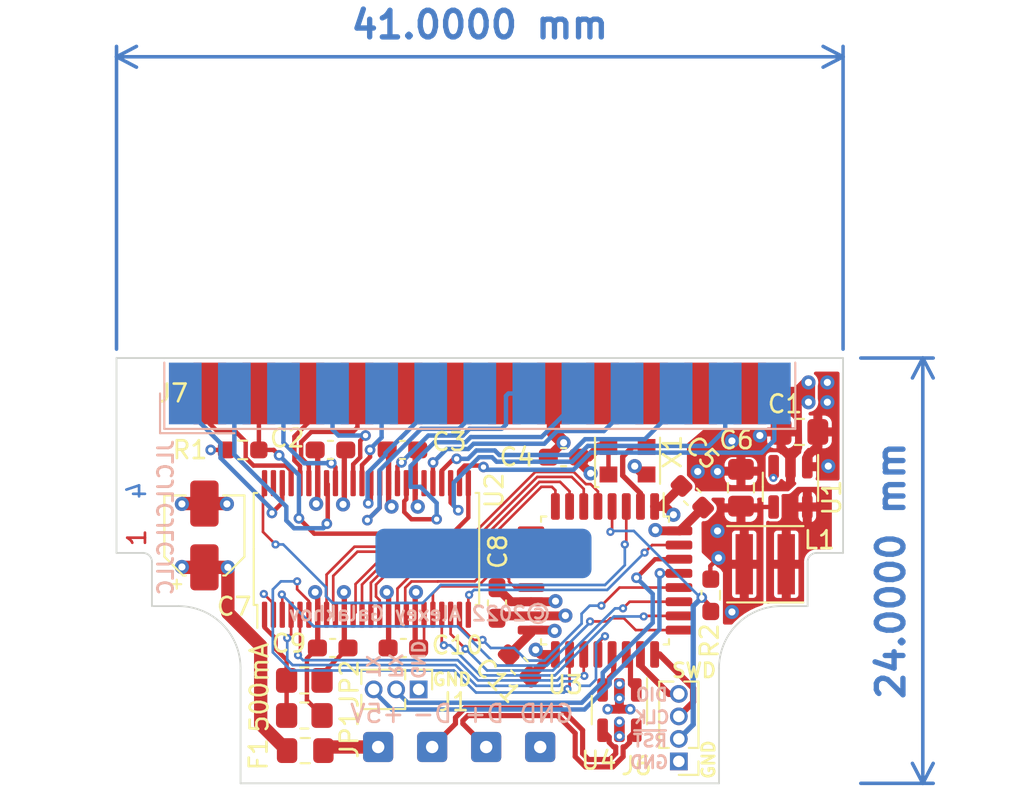
<source format=kicad_pcb>
(kicad_pcb (version 20211014) (generator pcbnew)
  (layers (0 "F.Cu" signal) (1 "In1.Cu" signal) (2 "In2.Cu" signal) (31 "B.Cu" signal) (34 "B.Paste" user) (35 "F.Paste" user) (36 "B.SilkS" user "B.Silkscreen") (37 "F.SilkS" user "F.Silkscreen") (38 "B.Mask" user) (39 "F.Mask" user) (44 "Edge.Cuts" user))
  (net 0 "")
  (net 1 "/~{STROBE}")
  (net 2 "/D0")
  (net 3 "/D1")
  (net 4 "/D2")
  (net 5 "/D3")
  (net 6 "/D4")
  (net 7 "/D5")
  (net 8 "/D6")
  (net 9 "/D7")
  (net 10 "/ACK")
  (net 11 "/~{BUSY}")
  (net 12 "/PO")
  (net 13 "/SEL")
  (net 14 "/~{LF}")
  (net 15 "/ERR")
  (net 16 "/RESET")
  (net 17 "/~{PSEL}")
  (net 18 "GND")
  (net 19 "VPP")
  (net 20 "VCC")
  (net 21 "/S_D0")
  (net 22 "/S_D1")
  (net 23 "/S_D2")
  (net 24 "/S_D4")
  (net 25 "/S_D3")
  (net 26 "/S_D5")
  (net 27 "/S_D7")
  (net 28 "/S_D6")
  (net 29 "/USB_D-")
  (net 30 "/USB_D+")
  (net 31 "/DIR")
  (net 32 "/S_~{PSEL}")
  (net 33 "/S_RESET")
  (net 34 "/S_~{LF}")
  (net 35 "/SWDIO")
  (net 36 "/SWCLK")
  (net 37 "/S_~{STROBE}")
  (net 38 "/S_SEL")
  (net 39 "/S_PO")
  (net 40 "/S_~{BUSY}")
  (net 41 "/S_ACK")
  (net 42 "/S_ERR")
  (net 43 "/~{MCURST}")
  (net 44 "/D-")
  (net 47 "/TX")
  (net 48 "/RX")
  (net 49 "/CLOCK")
  (net 50 "/D+")
  (net 51 "+5VP")
  (net 52 "/ind")
  (net 53 "Net-(JP1-Pad2)")
  (footprint "Connector_PinHeader_1.27mm:PinHeader_1x04_P1.27mm_Vertical" (layer "F.Cu") (at 151.2316 108.7628 180)
    (fp_text reference "J6")
    (fp_text value "SWD")
  )
  (footprint "Fuse:Fuse_0805_2012Metric_Pad1.15x1.40mm_HandSolder" (layer "F.Cu") (at 130.1496 108.1532 180)
    (fp_text reference "F1")
    (fp_text value "500mA")
  )
  (footprint "Capacitor_SMD:CP_Elec_4x3" (layer "F.Cu") (at 124.46 96.012 90)
    (fp_text reference "C7")
    (fp_text value "10u")
  )
  (footprint "Package_TO_SOT_SMD:SOT-23-6" (layer "F.Cu") (at 147.8788 105.8672 -90)
    (fp_text reference "U4")
    (fp_text value "USBLC6-2SC6" hide)
  )
  (footprint "Capacitor_SMD:C_0805_2012Metric_Pad1.18x1.45mm_HandSolder" (layer "F.Cu") (at 158.0388 90.17 180)
    (fp_text reference "C1")
    (fp_text value "100n")
  )
  (footprint "Resistor_SMD:R_0603_1608Metric_Pad0.98x0.95mm_HandSolder" (layer "F.Cu") (at 126.619 91.186 180)
    (fp_text reference "R1")
    (fp_text value "1k4")
  )
  (footprint "Connector_PinHeader_1.27mm:PinHeader_1x03_P1.27mm_Vertical" (layer "F.Cu") (at 136.5504 104.6988 -90)
    (fp_text reference "J1")
    (fp_text value "UART" hide)
  )
  (footprint "Package_QFP:LQFP-32_7x7mm_P0.8mm" (layer "F.Cu") (at 147.066 98.552 -90)
    (fp_text reference "U3")
    (fp_text value "STM32G441KBT")
  )
  (footprint "Connector_Wire:SolderWire-0.15sqmm_1x01_D0.5mm_OD1.5mm" (layer "F.Cu") (at 140.3604 107.95)
    (fp_text reference "J4" hide)
    (fp_text value "D+")
  )
  (footprint "Resistor_SMD:R_0603_1608Metric_Pad0.98x0.95mm_HandSolder" (layer "F.Cu") (at 153.035 99.3902 -90)
    (fp_text reference "R2")
    (fp_text value "10k")
  )
  (footprint "Oscillator:Oscillator_SMD_EuroQuartz_XO32-4Pin_3.2x2.5mm" (layer "F.Cu") (at 148.336 91.7956 90)
    (fp_text reference "X1")
    (fp_text value "ECS-2333-040" hide)
  )
  (footprint "Capacitor_SMD:C_0603_1608Metric_Pad1.08x0.95mm_HandSolder" (layer "F.Cu") (at 135.636 91.186 180)
    (fp_text reference "C3")
    (fp_text value "100n")
  )
  (footprint "Capacitor_SMD:C_0603_1608Metric_Pad1.08x0.95mm_HandSolder" (layer "F.Cu") (at 140.97 99.822 -90)
    (fp_text reference "C8")
    (fp_text value "100n")
  )
  (footprint "Capacitor_SMD:C_0603_1608Metric_Pad1.08x0.95mm_HandSolder" (layer "F.Cu") (at 151.99388 93.82788 135)
    (fp_text reference "C5")
    (fp_text value "100n")
  )
  (footprint "Capacitor_SMD:C_0603_1608Metric_Pad1.08x0.95mm_HandSolder" (layer "F.Cu") (at 142.24 103.378 135)
    (fp_text reference "C11")
    (fp_text value "100n")
  )
  (footprint "Capacitor_SMD:C_0603_1608Metric_Pad1.08x0.95mm_HandSolder" (layer "F.Cu") (at 144.7292 91.5924)
    (fp_text reference "C4")
    (fp_text value "100n")
  )
  (footprint "Capacitor_SMD:C_0805_2012Metric_Pad1.18x1.45mm_HandSolder" (layer "F.Cu") (at 154.7368 93.3196 90)
    (fp_text reference "C6")
    (fp_text value "4u7")
  )
  (footprint "Connector_Wire:SolderWire-0.15sqmm_1x01_D0.5mm_OD1.5mm" (layer "F.Cu") (at 137.3124 107.95)
    (fp_text reference "J3" hide)
    (fp_text value "D-")
  )
  (footprint "Package_SO:TSSOP-48_6.1x12.5mm_P0.5mm" (layer "F.Cu") (at 133.604 96.774 90)
    (fp_text reference "U2")
    (fp_text value "SN74LVC161284DGG" hide)
  )
  (footprint "Capacitor_SMD:C_0603_1608Metric_Pad1.08x0.95mm_HandSolder" (layer "F.Cu") (at 131.699 102.362 180)
    (fp_text reference "C9")
    (fp_text value "100n")
  )
  (footprint "Capacitor_SMD:C_0603_1608Metric_Pad1.08x0.95mm_HandSolder" (layer "F.Cu") (at 131.572 91.186)
    (fp_text reference "C2")
    (fp_text value "100n")
  )
  (footprint "Package_TO_SOT_SMD:SOT-23-5" (layer "F.Cu") (at 157.5308 93.2688 -90)
    (fp_text reference "U1")
    (fp_text value "TPS62203DBV")
  )
  (footprint "Inductor_SMD:L_Coilcraft_XxL4030" (layer "F.Cu") (at 156.1084 97.6376 180)
    (fp_text reference "L1")
    (fp_text value "10µH")
  )
  (footprint "Capacitor_SMD:C_0603_1608Metric_Pad1.08x0.95mm_HandSolder" (layer "F.Cu") (at 135.6868 102.362)
    (fp_text reference "C10")
    (fp_text value "100n")
  )
  (footprint "Resistor_SMD:R_0805_2012Metric_Pad1.20x1.40mm_HandSolder" (layer "F.Cu") (at 130.0988 106.172)
    (fp_text reference "JP2")
    (fp_text value "TP")
  )
  (footprint "Resistor_SMD:R_0805_2012Metric_Pad1.20x1.40mm_HandSolder" (layer "F.Cu") (at 130.0988 104.1908 180)
    (fp_text reference "JP1")
    (fp_text value "OC")
  )
  (footprint "Connector_Wire:SolderWire-0.15sqmm_1x01_D0.5mm_OD1.5mm" (layer "F.Cu") (at 143.4084 107.95)
    (fp_text reference "J5" hide)
    (fp_text value "GND")
  )
  (footprint "Connector_Wire:SolderWire-0.15sqmm_1x01_D0.5mm_OD1.5mm" (layer "F.Cu") (at 134.2644 107.95)
    (fp_text reference "J2" hide)
    (fp_text value "+5V")
  )
  (footprint "Connector_Dsub:DSUB-25_Male_EdgeMount_P2.77mm" (layer "B.Cu") (at 140 88)
    (fp_text reference "J7")
    (fp_text value "DB25_Male")
  )
  (gr_arc (start 153.5 103.5) (mid 154.525126 101.025126) (end 157 100) (layer "Edge.Cuts") (width 0.1))
  (gr_line (start 158.5 100) (end 157 100) (layer "Edge.Cuts") (width 0.1))
  (gr_arc (start 121 97) (mid 121.353553 97.146447) (end 121.5 97.5) (layer "Edge.Cuts") (width 0.1))
  (gr_line (start 119.5 86) (end 160.5 86) (layer "Edge.Cuts") (width 0.1))
  (gr_arc (start 123 100) (mid 125.474874 101.025126) (end 126.5 103.5) (layer "Edge.Cuts") (width 0.1))
  (gr_line (start 121.5 100) (end 123 100) (layer "Edge.Cuts") (width 0.1))
  (gr_line (start 160.5 86) (end 160.5 97) (layer "Edge.Cuts") (width 0.1))
  (gr_line (start 158.5 100) (end 158.5 97.5) (layer "Edge.Cuts") (width 0.1))
  (gr_line (start 119.5 86) (end 119.5 97) (layer "Edge.Cuts") (width 0.1))
  (gr_line (start 160.5 97) (end 159 97) (layer "Edge.Cuts") (width 0.1))
  (gr_line (start 126.5 103.5) (end 126.5 110) (layer "Edge.Cuts") (width 0.1))
  (gr_line (start 153.5 103.5) (end 153.5 110) (layer "Edge.Cuts") (width 0.1))
  (gr_line (start 121 97) (end 119.5 97) (layer "Edge.Cuts") (width 0.1))
  (gr_arc (start 158.5 97.5) (mid 158.646447 97.146447) (end 159 97) (layer "Edge.Cuts") (width 0.1))
  (gr_line (start 126.5 110) (end 153.5 110) (layer "Edge.Cuts") (width 0.1))
  (gr_line (start 121.5 100) (end 121.5 97.5) (layer "Edge.Cuts") (width 0.1))
  (gr_text "1" (at 120.65 96.139 90) (layer "F.Cu") (effects (font (size 1 1))))
  (gr_text "4" (at 120.65 93.472 90) (layer "B.Cu") (effects (font (size 1 1)) (justify mirror)))
  (gr_text "GND" (at 136.4996 103.0224 270) (layer "B.SilkS") (effects (font (size 0.7 0.7)) (justify mirror)))
  (gr_text "RX" (at 135.2296 103.378 270) (layer "B.SilkS") (effects (font (size 0.7 0.7)) (justify mirror)))
  (gr_text "CLK" (at 149.7076 106.2736) (layer "B.SilkS") (effects (font (size 0.7 0.7)) (justify mirror)))
  (gr_text "DIO" (at 149.7076 105.0036) (layer "B.SilkS") (effects (font (size 0.7 0.7)) (justify mirror)))
  (gr_text "~{RST}" (at 149.606 107.5944) (layer "B.SilkS") (effects (font (size 0.7 0.7)) (justify mirror)))
  (gr_text "JLCJLCJLCJLC" (at 122.2756 94.996 90) (layer "B.SilkS") (effects (font (size 0.85 0.85) (thickness 0.16)) (justify mirror)))
  (gr_text "GND" (at 149.5552 108.8136) (layer "B.SilkS") (effects (font (size 0.7 0.7)) (justify mirror)))
  (gr_text "©2022 Alexey Galakhov" (at 136.6012 100.4316) (layer "B.SilkS") (effects (font (size 0.8 0.8)) (justify mirror)))
  (gr_text "TX" (at 133.9596 103.378 270) (layer "B.SilkS") (effects (font (size 0.7 0.7)) (justify mirror)))
  (gr_text "GND" (at 138.43 104.14) (layer "F.SilkS") (effects (font (size 0.7 0.7))))
  (gr_text "GND" (at 152.908 108.6612 90) (layer "F.SilkS") (effects (font (size 0.7 0.7))))
  (dimension (type aligned) (layer "B.Cu") (pts (xy 119.5 86) (xy 160.5 86)) (height -17) (gr_text "41.0000 mm" (at 140 67.2) (layer "B.Cu") (effects (font (size 1.5 1.5) (thickness 0.3)))) (format (units 3) (units_format 1) (precision 4)) (style (thickness 0.2) (arrow_length 1.27) (text_position_mode 0) (extension_height 0.58642) (extension_offset 0.5) keep_text_aligned))
  (dimension (type aligned) (layer "B.Cu") (pts (xy 161 86) (xy 161 110)) (height -4) (gr_text "24.0000 mm" (at 163.2 98 90) (layer "B.Cu") (effects (font (size 1.5 1.5) (thickness 0.3)))) (format (units 3) (units_format 1) (precision 4)) (style (thickness 0.2) (arrow_length 1.27) (text_position_mode 0) (extension_height 0.58642) (extension_offset 0.5) keep_text_aligned))
  (segment (start 128.854 94.158) (end 128.27 94.742) (width 0.25) (layer "F.Cu") (net 1))
  (segment (start 128.854 93.0615) (end 128.854 94.158) (width 0.25) (layer "F.Cu") (net 1))
  (via (at 128.27 94.742) (size 0.6) (drill 0.3) (layers "F.Cu" "B.Cu") (net 1))
  (segment (start 125.370102 91.638902) (end 128.27 94.5388) (width 0.25) (layer "B.Cu") (net 1))
  (segment (start 128.27 94.5388) (end 128.27 94.742) (width 0.25) (layer "B.Cu") (net 1))
  (segment (start 125.370102 90.806769) (end 125.370102 91.638902) (width 0.25) (layer "B.Cu") (net 1))
  (segment (start 123.38 88.816667) (end 125.370102 90.806769) (width 0.25) (layer "B.Cu") (net 1))
  (segment (start 123.38 88) (end 123.38 88.816667) (width 0.25) (layer "B.Cu") (net 1))
  (segment (start 131.4196 93.1271) (end 131.4196 95.3516) (width 0.25) (layer "F.Cu") (net 2))
  (segment (start 131.354 93.0615) (end 131.4196 93.1271) (width 0.25) (layer "F.Cu") (net 2))
  (via (at 131.3688 95.3516) (size 0.6) (drill 0.3) (layers "F.Cu" "B.Cu") (net 2))
  (segment (start 126.15 88) (end 126.15 91.4536) (width 0.25) (layer "B.Cu") (net 2))
  (segment (start 129.0828 95.170584) (end 129.517816 95.6056) (width 0.25) (layer "B.Cu") (net 2))
  (segment (start 126.15 91.4536) (end 129.0828 94.3864) (width 0.25) (layer "B.Cu") (net 2))
  (segment (start 129.0828 94.3864) (end 129.0828 95.170584) (width 0.25) (layer "B.Cu") (net 2))
  (segment (start 131.1656 95.6056) (end 131.4196 95.3516) (width 0.25) (layer "B.Cu") (net 2))
  (segment (start 129.517816 95.6056) (end 131.1656 95.6056) (width 0.25) (layer "B.Cu") (net 2))
  (segment (start 131.854 92.165998) (end 131.620093 91.932091) (width 0.25) (layer "F.Cu") (net 3))
  (segment (start 131.854 93.0615) (end 131.854 92.165998) (width 0.25) (layer "F.Cu") (net 3))
  (via (at 131.620093 91.932091) (size 0.6) (drill 0.3) (layers "F.Cu" "B.Cu") (net 3))
  (segment (start 131.620093 91.932091) (end 130.082891 91.932091) (width 0.25) (layer "B.Cu") (net 3))
  (segment (start 130.082891 91.932091) (end 128.92 90.7692) (width 0.25) (layer "B.Cu") (net 3))
  (segment (start 128.92 90.7692) (end 128.92 88) (width 0.25) (layer "B.Cu") (net 3))
  (segment (start 133.251999 90.674401) (end 133.5532 90.3732) (width 0.25) (layer "F.Cu") (net 4))
  (segment (start 132.854 93.0615) (end 132.854 91.999821) (width 0.25) (layer "F.Cu") (net 4))
  (segment (start 133.251999 91.601822) (end 133.251999 90.674401) (width 0.25) (layer "F.Cu") (net 4))
  (segment (start 132.854 91.999821) (end 133.251999 91.601822) (width 0.25) (layer "F.Cu") (net 4))
  (via (at 133.5532 90.3732) (size 0.6) (drill 0.3) (layers "F.Cu" "B.Cu") (net 4))
  (segment (start 133.5532 90.3732) (end 132.0292 90.3732) (width 0.25) (layer "B.Cu") (net 4))
  (segment (start 131.69 90.034) (end 131.69 88) (width 0.25) (layer "B.Cu") (net 4))
  (segment (start 132.0292 90.3732) (end 131.69 90.034) (width 0.25) (layer "B.Cu") (net 4))
  (segment (start 133.354 92.036531) (end 133.8065 91.584031) (width 0.25) (layer "F.Cu") (net 5))
  (segment (start 133.8065 91.584031) (end 133.8065 91.186) (width 0.25) (layer "F.Cu") (net 5))
  (segment (start 133.354 93.0615) (end 133.354 92.036531) (width 0.25) (layer "F.Cu") (net 5))
  (via (at 133.8065 91.186) (size 0.6) (drill 0.3) (layers "F.Cu" "B.Cu") (net 5))
  (segment (start 134.46 90.4824) (end 134.46 88) (width 0.25) (layer "B.Cu") (net 5))
  (segment (start 133.8065 91.186) (end 133.8065 91.1359) (width 0.25) (layer "B.Cu") (net 5))
  (segment (start 133.8065 91.1359) (end 134.46 90.4824) (width 0.25) (layer "B.Cu") (net 5))
  (segment (start 133.854 94.012618) (end 133.669109 94.197509) (width 0.25) (layer "F.Cu") (net 6))
  (segment (start 133.854 93.0615) (end 133.854 94.012618) (width 0.25) (layer "F.Cu") (net 6))
  (via (at 133.7056 94.197509) (size 0.6) (drill 0.3) (layers "F.Cu" "B.Cu") (net 6))
  (segment (start 134.676069 91.471958) (end 134.676069 91.370598) (width 0.25) (layer "B.Cu") (net 6))
  (segment (start 133.669109 92.478918) (end 134.676069 91.471958) (width 0.25) (layer "B.Cu") (net 6))
  (segment (start 137.23 88.816667) (end 137.23 88) (width 0.25) (layer "B.Cu") (net 6))
  (segment (start 133.669109 94.197509) (end 133.669109 92.478918) (width 0.25) (layer "B.Cu") (net 6))
  (segment (start 134.676069 91.370598) (end 137.23 88.816667) (width 0.25) (layer "B.Cu") (net 6))
  (segment (start 134.354 94.4492) (end 133.6548 95.1484) (width 0.25) (layer "F.Cu") (net 7))
  (segment (start 134.354 93.0615) (end 134.354 94.4492) (width 0.25) (layer "F.Cu") (net 7))
  (via (at 133.6548 95.1484) (size 0.6) (drill 0.3) (layers "F.Cu" "B.Cu") (net 7))
  (segment (start 134.3406 94.4626) (end 133.6548 95.1484) (width 0.25) (layer "B.Cu") (net 7))
  (segment (start 140 88.816667) (end 138.822156 89.994511) (width 0.25) (layer "B.Cu") (net 7))
  (segment (start 138.822156 89.994511) (end 136.690226 89.994511) (width 0.25) (layer "B.Cu") (net 7))
  (segment (start 134.3406 92.344137) (end 134.3406 94.4626) (width 0.25) (layer "B.Cu") (net 7))
  (segment (start 136.690226 89.994511) (end 134.3406 92.344137) (width 0.25) (layer "B.Cu") (net 7))
  (segment (start 140 88) (end 140 88.816667) (width 0.25) (layer "B.Cu") (net 7))
  (segment (start 135.354 93.0615) (end 135.354 92.114921) (width 0.25) (layer "F.Cu") (net 8))
  (segment (start 135.354 92.114921) (end 135.581042 91.887879) (width 0.25) (layer "F.Cu") (net 8))
  (via (at 135.581042 91.887879) (size 0.6) (drill 0.3) (layers "F.Cu" "B.Cu") (net 8))
  (segment (start 137.09489 90.374031) (end 135.581042 91.887879) (width 0.25) (layer "B.Cu") (net 8))
  (segment (start 142.77 88) (end 141.616 88) (width 0.25) (layer "B.Cu") (net 8))
  (segment (start 141.478 89.752846) (end 141.236335 89.994511) (width 0.25) (layer "B.Cu") (net 8))
  (segment (start 141.478 88.138) (end 141.478 89.752846) (width 0.25) (layer "B.Cu") (net 8))
  (segment (start 141.177844 89.994511) (end 139.418289 89.994511) (width 0.25) (layer "B.Cu") (net 8))
  (segment (start 139.038769 90.374031) (end 137.09489 90.374031) (width 0.25) (layer "B.Cu") (net 8))
  (segment (start 141.616 88) (end 141.478 88.138) (width 0.25) (layer "B.Cu") (net 8))
  (segment (start 139.418289 89.994511) (end 139.038769 90.374031) (width 0.25) (layer "B.Cu") (net 8))
  (segment (start 136.144 95.0976) (end 135.7376 94.6912) (width 0.25) (layer "F.Cu") (net 9))
  (segment (start 135.7376 94.6912) (end 135.7376 94.0816) (width 0.25) (layer "F.Cu") (net 9))
  (segment (start 135.7376 94.0816) (end 135.854 93.9652) (width 0.25) (layer "F.Cu") (net 9))
  (segment (start 137.5664 95.0976) (end 136.144 95.0976) (width 0.25) (layer "F.Cu") (net 9))
  (segment (start 135.854 93.9652) (end 135.854 93.0615) (width 0.25) (layer "F.Cu") (net 9))
  (via (at 137.5664 95.0976) (size 0.6) (drill 0.3) (layers "F.Cu" "B.Cu") (net 9))
  (segment (start 143.484211 90.458144) (end 139.491366 90.458144) (width 0.25) (layer "B.Cu") (net 9))
  (segment (start 145.54 88) (end 145.54 88.402355) (width 0.25) (layer "B.Cu") (net 9))
  (segment (start 136.0932 92.1004) (end 136.0932 93.2688) (width 0.25) (layer "B.Cu") (net 9))
  (segment (start 137.440067 90.753533) (end 136.0932 92.1004) (width 0.25) (layer "B.Cu") (net 9))
  (segment (start 139.491366 90.458144) (end 139.195977 90.753533) (width 0.25) (layer "B.Cu") (net 9))
  (segment (start 139.195977 90.753533) (end 137.440067 90.753533) (width 0.25) (layer "B.Cu") (net 9))
  (segment (start 136.652 93.2688) (end 137.5664 94.1832) (width 0.25) (layer "B.Cu") (net 9))
  (segment (start 136.0932 93.2688) (end 136.652 93.2688) (width 0.25) (layer "B.Cu") (net 9))
  (segment (start 145.54 88.402355) (end 143.484211 90.458144) (width 0.25) (layer "B.Cu") (net 9))
  (segment (start 137.5664 94.1832) (end 137.5664 95.0976) (width 0.25) (layer "B.Cu") (net 9))
  (segment (start 137.354 93.0615) (end 137.354 91.9064) (width 0.25) (layer "F.Cu") (net 10))
  (segment (start 137.354 91.9064) (end 137.3632 91.8972) (width 0.25) (layer "F.Cu") (net 10))
  (via (at 137.3632 91.8972) (size 0.6) (drill 0.3) (layers "F.Cu" "B.Cu") (net 10))
  (segment (start 148.31 88) (end 148.31 88.816667) (width 0.25) (layer "B.Cu") (net 10))
  (segment (start 139.648565 90.837655) (end 139.353177 91.133043) (width 0.25) (layer "B.Cu") (net 10))
  (segment (start 148.31 88) (end 148.31 88.8244) (width 0.25) (layer "B.Cu") (net 10))
  (segment (start 139.353177 91.133043) (end 138.127357 91.133043) (width 0.25) (layer "B.Cu") (net 10))
  (segment (start 144.359865 90.1192) (end 143.641409 90.837655) (width 0.25) (layer "B.Cu") (net 10))
  (segment (start 138.127357 91.133043) (end 137.3632 91.8972) (width 0.25) (layer "B.Cu") (net 10))
  (segment (start 148.31 88.816667) (end 147.007467 90.1192) (width 0.25) (layer "B.Cu") (net 10))
  (segment (start 143.641409 90.837655) (end 139.648565 90.837655) (width 0.25) (layer "B.Cu") (net 10))
  (segment (start 147.007467 90.1192) (end 144.359865 90.1192) (width 0.25) (layer "B.Cu") (net 10))
  (segment (start 137.854 93.0615) (end 137.854 92.357989) (width 0.25) (layer "F.Cu") (net 11))
  (segment (start 137.854 92.357989) (end 138.524445 91.687544) (width 0.25) (layer "F.Cu") (net 11))
  (segment (start 138.524445 91.687544) (end 138.694382 91.687544) (width 0.25) (layer "F.Cu") (net 11))
  (via (at 138.694382 91.687544) (size 0.6) (drill 0.3) (layers "F.Cu" "B.Cu") (net 11))
  (segment (start 140.84886 91.217166) (end 139.805762 91.217166) (width 0.25) (layer "B.Cu") (net 11))
  (segment (start 145.046992 91.471188) (end 141.102882 91.471188) (width 0.25) (layer "B.Cu") (net 11))
  (segment (start 139.335384 91.687544) (end 138.694382 91.687544) (width 0.25) (layer "B.Cu") (net 11))
  (segment (start 145.938802 90.579378) (end 145.046992 91.471188) (width 0.25) (layer "B.Cu") (net 11))
  (segment (start 151.08 88) (end 151.08 88.816667) (width 0.25) (layer "B.Cu") (net 11))
  (segment (start 151.08 88.816667) (end 149.317289 90.579378) (width 0.25) (layer "B.Cu") (net 11))
  (segment (start 149.317289 90.579378) (end 145.938802 90.579378) (width 0.25) (layer "B.Cu") (net 11))
  (segment (start 141.102882 91.471188) (end 140.84886 91.217166) (width 0.25) (layer "B.Cu") (net 11))
  (segment (start 139.805762 91.217166) (end 139.335384 91.687544) (width 0.25) (layer "B.Cu") (net 11))
  (segment (start 138.354 94.158) (end 138.7856 94.5896) (width 0.25) (layer "F.Cu") (net 12))
  (segment (start 138.354 93.0615) (end 138.354 94.158) (width 0.25) (layer "F.Cu") (net 12))
  (via (at 138.7856 94.5896) (size 0.6) (drill 0.3) (layers "F.Cu" "B.Cu") (net 12))
  (segment (start 139.96296 91.596677) (end 138.5316 93.028037) (width 0.25) (layer "B.Cu") (net 12))
  (segment (start 138.5316 93.028037) (end 138.5316 94.3356) (width 0.25) (layer "B.Cu") (net 12))
  (segment (start 138.5316 94.3356) (end 138.7856 94.5896) (width 0.25) (layer "B.Cu") (net 12))
  (segment (start 153.85 88) (end 153.85 90.0408) (width 0.25) (layer "B.Cu") (net 12))
  (segment (start 146.096001 90.958889) (end 145.20419 91.850699) (width 0.25) (layer "B.Cu") (net 12))
  (segment (start 140.945683 91.850699) (end 140.691661 91.596677) (width 0.25) (layer "B.Cu") (net 12))
  (segment (start 145.20419 91.850699) (end 140.945683 91.850699) (width 0.25) (layer "B.Cu") (net 12))
  (segment (start 153.85 90.0408) (end 152.931911 90.958889) (width 0.25) (layer "B.Cu") (net 12))
  (segment (start 140.691661 91.596677) (end 139.96296 91.596677) (width 0.25) (layer "B.Cu") (net 12))
  (segment (start 152.931911 90.958889) (end 146.096001 90.958889) (width 0.25) (layer "B.Cu") (net 12))
  (segment (start 138.854 92.357989) (end 139.142509 92.06948) (width 0.25) (layer "F.Cu") (net 13))
  (segment (start 140.126303 92.06948) (end 140.208 92.151177) (width 0.25) (layer "F.Cu") (net 13))
  (segment (start 138.854 93.0615) (end 138.854 92.357989) (width 0.25) (layer "F.Cu") (net 13))
  (segment (start 139.142509 92.06948) (end 140.126303 92.06948) (width 0.25) (layer "F.Cu") (net 13))
  (via (at 140.208 92.151177) (size 0.6) (drill 0.3) (layers "F.Cu" "B.Cu") (net 13))
  (segment (start 156.62 88) (end 156.62 90.634805) (width 0.25) (layer "B.Cu") (net 13))
  (segment (start 140.360423 92.3036) (end 140.208 92.151177) (width 0.25) (layer "B.Cu") (net 13))
  (segment (start 155.916405 91.3384) (end 146.2532 91.3384) (width 0.25) (layer "B.Cu") (net 13))
  (segment (start 146.2532 91.3384) (end 145.288 92.3036) (width 0.25) (layer "B.Cu") (net 13))
  (segment (start 145.288 92.3036) (end 140.360423 92.3036) (width 0.25) (layer "B.Cu") (net 13))
  (segment (start 156.62 90.634805) (end 155.916405 91.3384) (width 0.25) (layer "B.Cu") (net 13))
  (segment (start 126.78948 91.627301) (end 127.231659 92.06948) (width 0.25) (layer "F.Cu") (net 14))
  (segment (start 125.222 90.17) (end 126.238 90.17) (width 0.25) (layer "F.Cu") (net 14))
  (segment (start 127.231659 92.06948) (end 129.065491 92.06948) (width 0.25) (layer "F.Cu") (net 14))
  (segment (start 126.78948 90.72148) (end 126.78948 91.627301) (width 0.25) (layer "F.Cu") (net 14))
  (segment (start 126.238 90.17) (end 126.78948 90.72148) (width 0.25) (layer "F.Cu") (net 14))
  (segment (start 129.065491 92.06948) (end 129.354 92.357989) (width 0.25) (layer "F.Cu") (net 14))
  (segment (start 124.765 89.713) (end 125.222 90.17) (width 0.25) (layer "F.Cu") (net 14))
  (segment (start 124.765 88) (end 124.765 89.713) (width 0.25) (layer "F.Cu") (net 14))
  (segment (start 129.354 92.357989) (end 129.354 93.0615) (width 0.25) (layer "F.Cu") (net 14))
  (segment (start 127.535 88) (end 127.535 91.1825) (width 0.25) (layer "F.Cu") (net 15))
  (segment (start 138.4436 95.9104) (end 130.6576 95.9104) (width 0.25) (layer "F.Cu") (net 15))
  (segment (start 127.5315 91.186) (end 128.3716 91.186) (width 0.25) (layer "F.Cu") (net 15))
  (segment (start 130.6576 95.9104) (end 129.794 95.0468) (width 0.25) (layer "F.Cu") (net 15))
  (segment (start 127.535 91.1825) (end 127.5315 91.186) (width 0.25) (layer "F.Cu") (net 15))
  (segment (start 139.354 95) (end 138.4436 95.9104) (width 0.25) (layer "F.Cu") (net 15))
  (segment (start 128.3716 91.186) (end 128.6764 91.4908) (width 0.25) (layer "F.Cu") (net 15))
  (segment (start 139.354 93.0615) (end 139.354 95) (width 0.25) (layer "F.Cu") (net 15))
  (via (at 129.794 95.0468) (size 0.6) (drill 0.3) (layers "F.Cu" "B.Cu") (net 15))
  (via (at 128.6764 91.4908) (size 0.6) (drill 0.3) (layers "F.Cu" "B.Cu") (net 15))
  (segment (start 129.794 92.6084) (end 129.794 95.0468) (width 0.25) (layer "B.Cu") (net 15))
  (segment (start 128.6764 91.4908) (end 129.794 92.6084) (width 0.25) (layer "B.Cu") (net 15))
  (segment (start 130.305 88) (end 130.305 89.659) (width 0.25) (layer "F.Cu") (net 16))
  (segment (start 129.854 92.10053) (end 129.854 93.0615) (width 0.25) (layer "F.Cu") (net 16))
  (segment (start 129.537969 90.426031) (end 129.537969 91.784499) (width 0.25) (layer "F.Cu") (net 16))
  (segment (start 130.305 89.659) (end 129.537969 90.426031) (width 0.25) (layer "F.Cu") (net 16))
  (segment (start 129.537969 91.784499) (end 129.854 92.10053) (width 0.25) (layer "F.Cu") (net 16))
  (segment (start 130.354 92.063821) (end 129.91748 91.627301) (width 0.25) (layer "F.Cu") (net 17))
  (segment (start 133.096 89.916) (end 133.096 88.021) (width 0.25) (layer "F.Cu") (net 17))
  (segment (start 130.492179 90.17) (end 132.842 90.17) (width 0.25) (layer "F.Cu") (net 17))
  (segment (start 129.91748 90.744699) (end 130.492179 90.17) (width 0.25) (layer "F.Cu") (net 17))
  (segment (start 132.842 90.17) (end 133.096 89.916) (width 0.25) (layer "F.Cu") (net 17))
  (segment (start 133.096 88.021) (end 133.075 88) (width 0.25) (layer "F.Cu") (net 17))
  (segment (start 129.91748 91.627301) (end 129.91748 90.744699) (width 0.25) (layer "F.Cu") (net 17))
  (segment (start 130.354 93.0615) (end 130.354 92.063821) (width 0.25) (layer "F.Cu") (net 17))
  (segment (start 124.46 94.212) (end 123.212 94.212) (width 0.75) (layer "F.Cu") (net 18))
  (segment (start 149.411 92.5706) (end 149.2126 92.5706) (width 0.5) (layer "F.Cu") (net 18))
  (segment (start 124.46 94.212) (end 125.708 94.212) (width 0.75) (layer "F.Cu") (net 18))
  (segment (start 144.155 90.2054) (end 144.7292 90.7796) (width 0.75) (layer "F.Cu") (net 18))
  (segment (start 157.5308 91.5924) (end 157.8864 91.2368) (width 0.5) (layer "F.Cu") (net 18))
  (segment (start 134.854 94.217561) (end 135.0205 94.384061) (width 0.3) (layer "F.Cu") (net 18))
  (segment (start 132.354 91.2665) (end 132.4345 91.186) (width 0.3) (layer "F.Cu") (net 18))
  (segment (start 149.695 88) (end 146.925 88) (width 0.75) (layer "F.Cu") (net 18))
  (segment (start 147.8788 105.791) (end 147.8788 105.2068) (width 0.5) (layer "F.Cu") (net 18))
  (segment (start 123.212 94.212) (end 123.19 94.234) (width 0.75) (layer "F.Cu") (net 18))
  (segment (start 141.7625 99.752) (end 140.97 98.9595) (width 0.5) (layer "F.Cu") (net 18))
  (segment (start 158.0532 88) (end 158.5468 88.4936) (width 0.75) (layer "F.Cu") (net 18))
  (segment (start 144.2404 99.752) (end 144.272 99.7204) (width 0.5) (layer "F.Cu") (net 18))
  (segment (start 127.8143 99.314) (end 127.8128 99.314) (width 0.15) (layer "F.Cu") (net 18))
  (segment (start 157.5308 91.5924) (end 157.0013 91.0629) (width 0.5) (layer "F.Cu") (net 18))
  (segment (start 151.28952 95.752) (end 152.60376 94.43776) (width 0.5) (layer "F.Cu") (net 18))
  (segment (start 134.854 99.315438) (end 134.7495 99.210938) (width 0.3) (layer "F.Cu") (net 18))
  (segment (start 152.465 88) (end 149.695 88) (width 0.75) (layer "F.Cu") (net 18))
  (segment (start 131.0988 103.8247) (end 132.5615 102.362) (width 0.25) (layer "F.Cu") (net 18))
  (segment (start 132.354 100.4865) (end 132.354 102.1545) (width 0.3) (layer "F.Cu") (net 18))
  (segment (start 158.5468 88.4936) (end 158.5468 87.376) (width 0.75) (layer "F.Cu") (net 18))
  (segment (start 147.8534 105.8164) (end 147.8788 105.791) (width 0.5) (layer "F.Cu") (net 18))
  (segment (start 134.854 93.0615) (end 134.854 94.217561) (width 0.3) (layer "F.Cu") (net 18))
  (segment (start 142.891 101.50724) (end 141.63012 102.76812) (width 0.5) (layer "F.Cu") (net 18))
  (segment (start 157.9228 88) (end 158.0532 88) (width 0.75) (layer "F.Cu") (net 18))
  (segment (start 142.891 99.752) (end 141.7625 99.752) (width 0.5) (layer "F.Cu") (net 18))
  (segment (start 134.854 100.4865) (end 134.854 102.1885) (width 0.3) (layer "F.Cu") (net 18))
  (segment (start 147.8534 105.8164) (end 147.2184 105.8164) (width 0.5) (layer "F.Cu") (net 18))
  (segment (start 128.354 100.4865) (end 128.354 99.8537) (width 0.15) (layer "F.Cu") (net 18))
  (segment (start 134.854 93.0615) (end 134.854 91.2665) (width 0.3) (layer "F.Cu") (net 18))
  (segment (start 138.615 88) (end 135.845 88) (width 0.75) (layer "F.Cu") (net 18))
  (segment (start 132.354 93.0615) (end 132.354 94.214) (width 0.3) (layer "F.Cu") (net 18))
  (segment (start 132.354 94.214) (end 132.2832 94.2848) (width 0.3) (layer "F.Cu") (net 18))
  (segment (start 132.354 99.2324) (end 132.334 99.2124) (width 0.3) (layer "F.Cu") (net 18))
  (segment (start 149.2126 92.5706) (end 148.7424 92.1004) (width 0.5) (layer "F.Cu") (net 18))
  (segment (start 131.0988 104.1908) (end 131.0988 103.8247) (width 0.25) (layer "F.Cu") (net 18))
  (segment (start 128.354 99.8537) (end 127.8143 99.314) (width 0.15) (layer "F.Cu") (net 18))
  (segment (start 149.9556 95.752) (end 149.9108 95.7072) (width 0.5) (layer "F.Cu") (net 18))
  (segment (start 157.5308 92.1313) (end 157.5308 91.5924) (width 0.5) (layer "F.Cu") (net 18))
  (segment (start 155.235 88) (end 157.9228 88) (width 0.75) (layer "F.Cu") (net 18))
  (segment (start 157.0013 91.0629) (end 157.0013 90.17) (width 0.5) (layer "F.Cu") (net 18))
  (segment (start 134.854 91.2665) (end 134.7735 91.186) (width 0.3) (layer "F.Cu") (net 18))
  (segment (start 125.708 94.212) (end 125.73 94.234) (width 0.75) (layer "F.Cu") (net 18))
  (segment (start 142.891 99.752) (end 144.2404 99.752) (width 0.5) (layer "F.Cu") (net 18))
  (segment (start 142.891 101.352) (end 142.891 101.50724) (width 0.5) (layer "F.Cu") (net 18))
  (segment (start 134.854 100.4865) (end 134.854 99.315438) (width 0.3) (layer "F.Cu") (net 18))
  (segment (start 144.1764 101.352) (end 144.2212 101.3968) (width 0.5) (layer "F.Cu") (net 18))
  (segment (start 144.7292 90.7796) (end 144.6795 90.7796) (width 0.5) (layer "F.Cu") (net 18))
  (segment (start 144.6795 90.7796) (end 143.8667 91.5924) (width 0.5) (layer "F.Cu") (net 18))
  (segment (start 144.155 88) (end 144.155 90.2054) (width 0.75) (layer "F.Cu") (net 18))
  (segment (start 132.354 100.4865) (end 132.354 99.2324) (width 0.3) (layer "F.Cu") (net 18))
  (segment (start 147.8534 105.8164) (end 148.4884 105.8164) (width 0.5) (layer "F.Cu") (net 18))
  (segment (start 146.925 88) (end 144.155 88) (width 0.75) (layer "F.Cu") (net 18))
  (segment (start 132.354 102.1545) (end 132.5615 102.362) (width 0.3) (layer "F.Cu") (net 18))
  (segment (start 151.241 95.752) (end 149.9556 95.752) (width 0.5) (layer "F.Cu") (net 18))
  (segment (start 155.235 88) (end 152.465 88) (width 0.75) (layer "F.Cu") (net 18))
  (segment (start 141.385 88) (end 138.615 88) (width 0.75) (layer "F.Cu") (net 18))
  (segment (start 144.155 88) (end 141.385 88) (width 0.75) (layer "F.Cu") (net 18))
  (segment (start 142.891 101.352) (end 144.1764 101.352) (width 0.5) (layer "F.Cu") (net 18))
  (segment (start 132.354 93.0615) (end 132.354 91.2665) (width 0.3) (layer "F.Cu") (net 18))
  (segment (start 151.241 95.752) (end 151.28952 95.752) (width 0.5) (layer "F.Cu") (net 18))
  (segment (start 157.9228 88) (end 158.5468 87.376) (width 0.75) (layer "F.Cu") (net 18))
  (via (at 132.334 99.2124) (size 0.8) (drill 0.4) (layers "F.Cu" "B.Cu") (net 18))
  (via (at 147.2184 105.8164) (size 0.6) (drill 0.3) (layers "F.Cu" "B.Cu") (net 18))
  (via (at 158.5468 88.4936) (size 0.8) (drill 0.4) (layers "F.Cu" "B.Cu") (net 18))
  (via (at 149.9108 95.7072) (size 0.8) (drill 0.4) (layers "F.Cu" "B.Cu") (net 18))
  (via (at 123.19 94.234) (size 0.8) (drill 0.4) (layers "F.Cu" "B.Cu") (net 18))
  (via (at 153.416 92.4052) (size 0.8) (drill 0.4) (layers "F.Cu" "B.Cu") (net 18))
  (via (at 144.7292 90.7796) (size 0.8) (drill 0.4) (layers "F.Cu" "B.Cu") (net 18))
  (via (at 147.8788 104.394) (size 0.6) (drill 0.3) (layers "F.Cu" "B.Cu") (net 18))
  (via (at 158.5468 87.376) (size 0.8) (drill 0.4) (layers "F.Cu" "B.Cu") (net 18))
  (via locked (at 148.7424 92.1004) (size 0.8) (drill 0.4) (layers "F.Cu" "B.Cu") (net 18))
  (via (at 147.8788 105.2068) (size 0.6) (drill 0.3) (layers "F.Cu" "B.Cu") (net 18))
  (via (at 148.4884 105.8164) (size 0.6) (drill 0.3) (layers "F.Cu" "B.Cu") (net 18))
  (via (at 155.8036 90.3732) (size 0.8) (drill 0.4) (layers "F.Cu" "B.Cu") (net 18))
  (via (at 127.8128 99.314) (size 0.46) (drill 0.2) (layers "F.Cu" "B.Cu") (net 18))
  (via (at 144.2212 101.3968) (size 0.8) (drill 0.4) (layers "F.Cu" "B.Cu") (net 18))
  (via (at 154.2288 90.678) (size 0.8) (drill 0.4) (layers "F.Cu" "B.Cu") (net 18))
  (via (at 132.2832 94.2594) (size 0.8) (drill 0.4) (layers "F.Cu" "B.Cu") (net 18))
  (via (at 135.0205 94.384061) (size 0.8) (drill 0.4) (layers "F.Cu" "B.Cu") (net 18))
  (via (at 134.7495 99.210938) (size 0.8) (drill 0.4) (layers "F.Cu" "B.Cu") (net 18))
  (via (at 144.272 99.7204) (size 0.8) (drill 0.4) (layers "F.Cu" "B.Cu") (net 18))
  (via (at 152.2984 92.4052) (size 0.8) (drill 0.4) (layers "F.Cu" "B.Cu") (net 18))
  (via (at 125.73 94.234) (size 0.8) (drill 0.4) (layers "F.Cu" "B.Cu") (net 18))
  (segment (start 123.212 97.812) (end 123.19 97.79) (width 0.75) (layer "F.Cu") (net 19))
  (segment (start 125.7065 91.186) (end 124.815601 91.185999) (width 0.25) (layer "F.Cu") (net 19))
  (segment (start 136.354 91.3305) (end 136.4985 91.186) (width 0.3) (layer "F.Cu") (net 19))
  (segment (start 127.63548 102.23548) (end 125.7842 100.3842) (width 0.75) (layer "F.Cu") (net 19))
  (segment (start 125.7842 100.3842) (end 125.7842 97.812) (width 0.75) (layer "F.Cu") (net 19))
  (segment (start 130.854 93.0615) (end 130.854 94.139498) (width 0.3) (layer "F.Cu") (net 19))
  (segment (start 136.354 93.0615) (end 136.354 91.3305) (width 0.3) (layer "F.Cu") (net 19))
  (segment (start 130.854 93.0615) (end 130.854 91.3305) (width 0.3) (layer "F.Cu") (net 19))
  (segment (start 136.354 93.0615) (end 136.354 94.2408) (width 0.3) (layer "F.Cu") (net 19))
  (segment (start 156.5656 92.7608) (end 156.5656 92.1465) (width 0.25) (layer "F.Cu") (net 19))
  (segment (start 130.854 91.3305) (end 130.7095 91.186) (width 0.3) (layer "F.Cu") (net 19))
  (segment (start 129.1246 108.1532) (end 127.63548 106.66408) (width 0.75) (layer "F.Cu") (net 19))
  (segment (start 158.4808 91.5568) (end 159.0763 90.9613) (width 0.5) (layer "F.Cu") (net 19))
  (segment (start 159.0763 90.9613) (end 159.0763 90.17) (width 0.5) (layer "F.Cu") (net 19))
  (segment (start 127.63548 106.66408) (end 127.63548 102.23548) (width 0.75) (layer "F.Cu") (net 19))
  (segment (start 136.354 94.2408) (end 136.4996 94.3864) (width 0.3) (layer "F.Cu") (net 19))
  (segment (start 125.7842 97.812) (end 124.46 97.812) (width 0.75) (layer "F.Cu") (net 19))
  (segment (start 158.4808 92.1313) (end 158.4808 91.5568) (width 0.5) (layer "F.Cu") (net 19))
  (segment (start 156.5656 92.1465) (end 156.5808 92.1313) (width 0.25) (layer "F.Cu") (net 19))
  (segment (start 130.854 94.139498) (end 130.7651 94.228398) (width 0.3) (layer "F.Cu") (net 19))
  (segment (start 124.46 97.812) (end 123.212 97.812) (width 0.75) (layer "F.Cu") (net 19))
  (via (at 130.7651 94.228398) (size 0.8) (drill 0.4) (layers "F.Cu" "B.Cu") (net 19))
  (via (at 136.4996 94.3864) (size 0.8) (drill 0.4) (layers "F.Cu" "B.Cu") (net 19))
  (via (at 123.19 97.79) (size 0.8) (drill 0.4) (layers "F.Cu" "B.Cu") (net 19))
  (via (at 159.6644 92.1004) (size 0.8) (drill 0.4) (layers "F.Cu" "B.Cu") (net 19))
  (via (at 124.815601 91.185999) (size 0.6) (drill 0.3) (layers "F.Cu" "B.Cu") (net 19))
  (via (at 125.7842 97.812) (size 0.8) (drill 0.4) (layers "F.Cu" "B.Cu") (net 19))
  (via (at 159.6136 87.376) (size 0.8) (drill 0.4) (layers "F.Cu" "B.Cu") (net 19))
  (via (at 156.5656 92.7608) (size 0.46) (drill 0.2) (layers "F.Cu" "B.Cu") (net 19))
  (via (at 159.6136 88.4936) (size 0.8) (drill 0.4) (layers "F.Cu" "B.Cu") (net 19))
  (segment (start 143.4178 102.727) (end 143.1544 102.4636) (width 0.5) (layer "F.Cu") (net 20))
  (segment (start 150.4602 94.377) (end 150.9268 94.8436) (width 0.5) (layer "F.Cu") (net 20))
  (segment (start 136.854 102.0573) (end 136.5493 102.362) (width 0.15) (layer "F.Cu") (net 20))
  (segment (start 130.854 102.3445) (end 130.8365 102.362) (width 0.3) (layer "F.Cu") (net 20))
  (segment (start 136.354 102.1667) (end 136.5493 102.362) (width 0.3) (layer "F.Cu") (net 20))
  (segment (start 142.891 100.552) (end 144.812 100.552) (width 0.5) (layer "F.Cu") (net 20))
  (segment (start 153.0096 97.7392) (end 153.4668 97.282) (width 0.25) (layer "F.Cu") (net 20))
  (segment (start 130.24428 102.95422) (end 130.8365 102.362) (width 0.25) (layer "F.Cu") (net 20))
  (segment (start 144.266 102.727) (end 143.4178 102.727) (width 0.5) (layer "F.Cu") (net 20))
  (segment (start 147.261 91.0206) (end 146.7234 91.0206) (width 0.5) (layer "F.Cu") (net 20))
  (segment (start 144.11076 102.727) (end 142.84988 103.98788) (width 0.5) (layer "F.Cu") (net 20))
  (segment (start 147.261 92.5706) (end 147.261 91.0206) (width 0.25) (layer "F.Cu") (net 20))
  (segment (start 150.225 94.377) (end 151.384 93.218) (width 0.5) (layer "F.Cu") (net 20))
  (segment (start 131.0988 106.172) (end 130.24428 105.31748) (width 0.25) (layer "F.Cu") (net 20))
  (segment (start 136.854 100.4865) (end 136.854 102.0573) (width 0.15) (layer "F.Cu") (net 20))
  (segment (start 145.5917 91.5924) (end 145.5917 91.8453) (width 0.5) (layer "F.Cu") (net 20))
  (segment (start 154.7892 94.4063) (end 154.7368 94.4587) (width 0.25) (layer "F.Cu") (net 20))
  (segment (start 153.0096 98.4523) (end 153.0096 97.7392) (width 0.25) (layer "F.Cu") (net 20))
  (segment (start 150.225 94.377) (end 149.866 94.377) (width 0.5) (layer "F.Cu") (net 20))
  (segment (start 130.854 100.4865) (end 130.854 102.3445) (width 0.3) (layer "F.Cu") (net 20))
  (segment (start 146.1516 91.5924) (end 145.5917 91.5924) (width 0.5) (layer "F.Cu") (net 20))
  (segment (start 141.1025 100.552) (end 140.97 100.6845) (width 0.5) (layer "F.Cu") (net 20))
  (segment (start 136.354 99.2564) (end 136.398 99.2124) (width 0.3) (layer "F.Cu") (net 20))
  (segment (start 153.035 98.4777) (end 153.0096 98.4523) (width 0.25) (layer "F.Cu") (net 20))
  (segment (start 145.5917 91.8453) (end 146.2532 92.5068) (width 0.5) (layer "F.Cu") (net 20))
  (segment (start 136.354 100.4865) (end 136.354 102.1667) (width 0.3) (layer "F.Cu") (net 20))
  (segment (start 144.266 102.727) (end 144.11076 102.727) (width 0.5) (layer "F.Cu") (net 20))
  (segment (start 142.891 100.552) (end 141.1025 100.552) (width 0.5) (layer "F.Cu") (net 20))
  (segment (start 130.24428 105.31748) (end 130.24428 102.95422) (width 0.25) (layer "F.Cu") (net 20))
  (segment (start 130.854 100.4865) (end 130.854 99.358) (width 0.3) (layer "F.Cu") (net 20))
  (segment (start 130.854 99.358) (end 130.7084 99.2124) (width 0.3) (layer "F.Cu") (net 20))
  (segment (start 144.812 100.552) (end 144.8308 100.5332) (width 0.5) (layer "F.Cu") (net 20))
  (segment (start 149.866 94.377) (end 150.4602 94.377) (width 0.5) (layer "F.Cu") (net 20))
  (segment (start 136.354 100.4865) (end 136.354 99.2564) (width 0.3) (layer "F.Cu") (net 20))
  (segment (start 146.7234 91.0206) (end 146.1516 91.5924) (width 0.5) (layer "F.Cu") (net 20))
  (segment (start 156.5808 94.4063) (end 154.7892 94.4063) (width 0.25) (layer "F.Cu") (net 20))
  (via (at 153.416 95.758) (size 0.8) (drill 0.4) (layers "F.Cu" "B.Cu") (net 20))
  (via (at 153.4668 97.282) (size 0.8) (drill 0.4) (layers "F.Cu" "B.Cu") (net 20))
  (via (at 130.7084 99.2124) (size 0.8) (drill 0.4) (layers "F.Cu" "B.Cu") (net 20))
  (via (at 150.9268 94.8436) (size 0.8) (drill 0.4) (layers "F.Cu" "B.Cu") (net 20))
  (via (at 144.8308 100.5332) (size 0.8) (drill 0.4) (layers "F.Cu" "B.Cu") (net 20))
  (via (at 143.1544 102.4636) (size 0.8) (drill 0.4) (layers "F.Cu" "B.Cu") (net 20))
  (via (at 136.398 99.2124) (size 0.8) (drill 0.4) (layers "F.Cu" "B.Cu") (net 20))
  (via (at 146.2532 92.5068) (size 0.8) (drill 0.4) (layers "F.Cu" "B.Cu") (net 20))
  (via (at 154.2288 100.33) (size 0.8) (drill 0.4) (layers "F.Cu" "B.Cu") (net 20))
  (segment (start 145.301947 92.430259) (end 145.988088 93.1164) (width 0.15) (layer "F.Cu") (net 21))
  (segment (start 132.929423 96.646889) (end 138.912711 96.646889) (width 0.15) (layer "F.Cu") (net 21))
  (segment (start 131.354 98.222312) (end 132.929423 96.646889) (width 0.15) (layer "F.Cu") (net 21))
  (segment (start 138.912711 96.646889) (end 143.129341 92.430259) (width 0.15) (layer "F.Cu") (net 21))
  (segment (start 143.129341 92.430259) (end 145.301947 92.430259) (width 0.15) (layer "F.Cu") (net 21))
  (segment (start 146.666 93.5292) (end 146.666 94.377) (width 0.15) (layer "F.Cu") (net 21))
  (segment (start 146.2532 93.1164) (end 146.666 93.5292) (width 0.15) (layer "F.Cu") (net 21))
  (segment (start 131.354 100.4865) (end 131.354 98.222312) (width 0.15) (layer "F.Cu") (net 21))
  (segment (start 145.988088 93.1164) (end 146.2532 93.1164) (width 0.15) (layer "F.Cu") (net 21))
  (segment (start 139.028488 96.9264) (end 133.097158 96.9264) (width 0.15) (layer "F.Cu") (net 22))
  (segment (start 131.729499 98.294059) (end 131.729499 100.361999) (width 0.15) (layer "F.Cu") (net 22))
  (segment (start 145.18617 92.70977) (end 143.245118 92.70977) (width 0.15) (layer "F.Cu") (net 22))
  (segment (start 145.866 93.3896) (end 145.18617 92.70977) (width 0.15) (layer "F.Cu") (net 22))
  (segment (start 133.097158 96.9264) (end 131.729499 98.294059) (width 0.15) (layer "F.Cu") (net 22))
  (segment (start 145.866 94.377) (end 145.866 93.3896) (width 0.15) (layer "F.Cu") (net 22))
  (segment (start 143.245118 92.70977) (end 139.028488 96.9264) (width 0.15) (layer "F.Cu") (net 22))
  (segment (start 131.729499 100.361999) (end 131.854 100.4865) (width 0.15) (layer "F.Cu") (net 22))
  (segment (start 132.989301 100.351199) (end 132.854 100.4865) (width 0.15) (layer "F.Cu") (net 23))
  (segment (start 145.066 93.523871) (end 144.531418 92.989289) (width 0.15) (layer "F.Cu") (net 23))
  (segment (start 132.989301 98.753947) (end 132.989301 100.351199) (width 0.15) (layer "F.Cu") (net 23))
  (segment (start 134.537337 97.205911) (end 132.989301 98.753947) (width 0.15) (layer "F.Cu") (net 23))
  (segment (start 145.066 94.377) (end 145.066 93.523871) (width 0.15) (layer "F.Cu") (net 23))
  (segment (start 144.531418 92.989289) (end 143.360887 92.989289) (width 0.15) (layer "F.Cu") (net 23))
  (segment (start 143.360887 92.989289) (end 139.144265 97.205911) (width 0.15) (layer "F.Cu") (net 23))
  (segment (start 139.144265 97.205911) (end 134.537337 97.205911) (width 0.15) (layer "F.Cu") (net 23))
  (segment (start 134.764458 97.769366) (end 133.854 98.679824) (width 0.15) (layer "F.Cu") (net 24))
  (segment (start 133.854 98.679824) (end 133.854 100.4865) (width 0.15) (layer "F.Cu") (net 24))
  (segment (start 139.375819 97.764933) (end 137.280315 97.764933) (width 0.15) (layer "F.Cu") (net 24))
  (segment (start 137.280315 97.764933) (end 137.275882 97.769366) (width 0.15) (layer "F.Cu") (net 24))
  (segment (start 137.275882 97.769366) (end 134.764458 97.769366) (width 0.15) (layer "F.Cu") (net 24))
  (segment (start 142.891 95.752) (end 141.388752 95.752) (width 0.15) (layer "F.Cu") (net 24))
  (segment (start 141.388752 95.752) (end 139.375819 97.764933) (width 0.15) (layer "F.Cu") (net 24))
  (segment (start 144.0688 93.2688) (end 144.266 93.466) (width 0.15) (layer "F.Cu") (net 25))
  (segment (start 133.354 100.4865) (end 133.354 98.784536) (width 0.15) (layer "F.Cu") (net 25))
  (segment (start 137.164538 97.485422) (end 139.260042 97.485422) (width 0.15) (layer "F.Cu") (net 25))
  (segment (start 134.648681 97.489855) (end 137.160105 97.489855) (width 0.15) (layer "F.Cu") (net 25))
  (segment (start 143.476664 93.2688) (end 144.0688 93.2688) (width 0.15) (layer "F.Cu") (net 25))
  (segment (start 139.260042 97.485422) (end 143.476664 93.2688) (width 0.15) (layer "F.Cu") (net 25))
  (segment (start 133.354 98.784536) (end 134.648681 97.489855) (width 0.15) (layer "F.Cu") (net 25))
  (segment (start 137.160105 97.489855) (end 137.164538 97.485422) (width 0.15) (layer "F.Cu") (net 25))
  (segment (start 144.266 93.466) (end 144.266 94.377) (width 0.15) (layer "F.Cu") (net 25))
  (segment (start 134.880235 98.048877) (end 134.144999 98.784113) (width 0.15) (layer "F.Cu") (net 26))
  (segment (start 134.144999 98.784113) (end 134.144999 99.461332) (width 0.15) (layer "F.Cu") (net 26))
  (segment (start 139.491596 98.044444) (end 137.396092 98.044444) (width 0.15) (layer "F.Cu") (net 26))
  (segment (start 134.354 99.670333) (end 134.354 100.4865) (width 0.15) (layer "F.Cu") (net 26))
  (segment (start 137.391659 98.048877) (end 134.880235 98.048877) (width 0.15) (layer "F.Cu") (net 26))
  (segment (start 140.98404 96.552) (end 139.491596 98.044444) (width 0.15) (layer "F.Cu") (net 26))
  (segment (start 137.396092 98.044444) (end 137.391659 98.048877) (width 0.15) (layer "F.Cu") (net 26))
  (segment (start 134.144999 99.461332) (end 134.354 99.670333) (width 0.15) (layer "F.Cu") (net 26))
  (segment (start 142.891 96.552) (end 140.98404 96.552) (width 0.15) (layer "F.Cu") (net 26))
  (segment (start 136.147606 98.607899) (end 135.793499 98.962006) (width 0.15) (layer "F.Cu") (net 27))
  (segment (start 137.623213 98.607899) (end 136.147606 98.607899) (width 0.15) (layer "F.Cu") (net 27))
  (segment (start 135.793499 98.962006) (end 135.793499 100.425999) (width 0.15) (layer "F.Cu") (net 27))
  (segment (start 140.388647 97.937969) (end 139.72315 98.603466) (width 0.15) (layer "F.Cu") (net 27))
  (segment (start 142.8466 98.1964) (end 141.764798 98.1964) (width 0.15) (layer "F.Cu") (net 27))
  (segment (start 139.72315 98.603466) (end 137.627646 98.603466) (width 0.15) (layer "F.Cu") (net 27))
  (segment (start 135.793499 100.425999) (end 135.854 100.4865) (width 0.15) (layer "F.Cu") (net 27))
  (segment (start 141.764798 98.1964) (end 141.506367 97.937969) (width 0.15) (layer "F.Cu") (net 27))
  (segment (start 142.891 98.152) (end 142.8466 98.1964) (width 0.15) (layer "F.Cu") (net 27))
  (segment (start 137.627646 98.603466) (end 137.623213 98.607899) (width 0.15) (layer "F.Cu") (net 27))
  (segment (start 141.506367 97.937969) (end 140.388647 97.937969) (width 0.15) (layer "F.Cu") (net 27))
  (segment (start 139.607373 98.323955) (end 140.579328 97.352) (width 0.15) (layer "F.Cu") (net 28))
  (segment (start 136.031829 98.328388) (end 137.507436 98.328388) (width 0.15) (layer "F.Cu") (net 28))
  (segment (start 135.354 100.4865) (end 135.354 99.006217) (width 0.15) (layer "F.Cu") (net 28))
  (segment (start 135.354 99.006217) (end 136.031829 98.328388) (width 0.15) (layer "F.Cu") (net 28))
  (segment (start 137.511869 98.323955) (end 139.607373 98.323955) (width 0.15) (layer "F.Cu") (net 28))
  (segment (start 140.579328 97.352) (end 142.891 97.352) (width 0.15) (layer "F.Cu") (net 28))
  (segment (start 137.507436 98.328388) (end 137.511869 98.323955) (width 0.15) (layer "F.Cu") (net 28))
  (segment (start 147.552959 102.813959) (end 147.466 102.727) (width 0.29) (layer "F.Cu") (net 29))
  (segment (start 146.9288 104.7297) (end 147.30428 104.35422) (width 0.29) (layer "F.Cu") (net 29))
  (segment (start 147.30428 104.35422) (end 147.30428 104.041359) (width 0.29) (layer "F.Cu") (net 29))
  (segment (start 147.30428 104.041359) (end 147.552959 103.79268) (width 0.29) (layer "F.Cu") (net 29))
  (segment (start 147.552959 103.79268) (end 147.552959 102.813959) (width 0.29) (layer "F.Cu") (net 29))
  (segment (start 148.8288 104.7297) (end 148.504101 104.405001) (width 0.29) (layer "F.Cu") (net 30))
  (segment (start 148.504101 102.965101) (end 148.266 102.727) (width 0.29) (layer "F.Cu") (net 30))
  (segment (start 148.504101 104.405001) (end 148.504101 102.965101) (width 0.29) (layer "F.Cu") (net 30))
  (segment (start 148.266 96.4376) (end 148.1836 96.52) (width 0.15) (layer "F.Cu") (net 31))
  (segment (start 127.765499 93.150001) (end 127.765499 95.812299) (width 0.15) (layer "F.Cu") (net 31))
  (segment (start 127.765499 95.812299) (end 128.4732 96.52) (width 0.15) (layer "F.Cu") (net 31))
  (segment (start 127.854 93.0615) (end 127.765499 93.150001) (width 0.15) (layer "F.Cu") (net 31))
  (segment (start 148.266 94.377) (end 148.266 96.4376) (width 0.15) (layer "F.Cu") (net 31))
  (via (at 128.4732 96.52) (size 0.46) (drill 0.2) (layers "F.Cu" "B.Cu") (net 31))
  (via (at 148.1836 96.52) (size 0.46) (drill 0.2) (layers "F.Cu" "B.Cu") (net 31))
  (segment (start 147.066 98.806) (end 148.1836 97.6884) (width 0.15) (layer "B.Cu") (net 31))
  (segment (start 137.795 98.806) (end 147.066 98.806) (width 0.15) (layer "B.Cu") (net 31))
  (segment (start 136.779 99.822) (end 137.795 98.806) (width 0.15) (layer "B.Cu") (net 31))
  (segment (start 131.318 99.441) (end 131.699 99.822) (width 0.15) (layer "B.Cu") (net 31))
  (segment (start 148.1836 97.6884) (end 148.1836 96.52) (width 0.15) (layer "B.Cu") (net 31))
  (segment (start 128.905 96.52) (end 131.318 98.933) (width 0.15) (layer "B.Cu") (net 31))
  (segment (start 131.318 98.933) (end 131.318 99.441) (width 0.15) (layer "B.Cu") (net 31))
  (segment (start 128.4732 96.52) (end 128.905 96.52) (width 0.15) (layer "B.Cu") (net 31))
  (segment (start 131.699 99.822) (end 136.779 99.822) (width 0.15) (layer "B.Cu") (net 31))
  (segment (start 130.354 100.4865) (end 130.354 99.712895) (width 0.15) (layer "F.Cu") (net 32))
  (segment (start 145.066 102.727) (end 145.066 104.559202) (width 0.15) (layer "F.Cu") (net 32))
  (segment (start 130.354 99.712895) (end 129.6924 99.051295) (width 0.15) (layer "F.Cu") (net 32))
  (segment (start 145.066 104.559202) (end 144.949102 104.6761) (width 0.15) (layer "F.Cu") (net 32))
  (segment (start 129.6924 99.051295) (end 129.6924 98.6028) (width 0.15) (layer "F.Cu") (net 32))
  (via (at 144.949102 104.6761) (size 0.46) (drill 0.2) (layers "F.Cu" "B.Cu") (net 32))
  (via (at 129.6924 98.6028) (size 0.46) (drill 0.2) (layers "F.Cu" "B.Cu") (net 32))
  (segment (start 129.6924 98.6028) (end 128.778 98.6028) (width 0.15) (layer "B.Cu") (net 32))
  (segment (start 129.347912 103.632) (end 138.542712 103.632) (width 0.15) (layer "B.Cu") (net 32))
  (segment (start 138.542712 103.632) (end 139.787423 104.876711) (width 0.15) (layer "B.Cu") (net 32))
  (segment (start 128.3208 102.604888) (end 129.347912 103.632) (width 0.15) (layer "B.Cu") (net 32))
  (segment (start 128.3208 99.06) (end 128.3208 102.604888) (width 0.15) (layer "B.Cu") (net 32))
  (segment (start 144.748491 104.876711) (end 144.949102 104.6761) (width 0.15) (layer "B.Cu") (net 32))
  (segment (start 139.787423 104.876711) (end 144.748491 104.876711) (width 0.15) (layer "B.Cu") (net 32))
  (segment (start 128.778 98.6028) (end 128.3208 99.06) (width 0.15) (layer "B.Cu") (net 32))
  (segment (start 129.854 102.6576) (end 129.7432 102.7684) (width 0.15) (layer "F.Cu") (net 33))
  (segment (start 145.866 103.9052) (end 145.8976 103.9368) (width 0.15) (layer "F.Cu") (net 33))
  (segment (start 145.866 102.727) (end 145.866 103.9052) (width 0.15) (layer "F.Cu") (net 33))
  (segment (start 129.854 100.4865) (end 129.854 102.6576) (width 0.15) (layer "F.Cu") (net 33))
  (via (at 145.8976 103.9368) (size 0.46) (drill 0.2) (layers "F.Cu" "B.Cu") (net 33))
  (via (at 129.7432 102.7684) (size 0.46) (drill 0.2) (layers "F.Cu" "B.Cu") (net 33))
  (segment (start 129.7432 102.7684) (end 130.022489 103.047689) (width 0.15) (layer "B.Cu") (net 33))
  (segment (start 144.3736 104.1908) (end 144.6276 103.9368) (width 0.15) (layer "B.Cu") (net 33))
  (segment (start 139.9032 104.1908) (end 144.3736 104.1908) (width 0.15) (layer "B.Cu") (net 33))
  (segment (start 138.760089 103.047689) (end 139.9032 104.1908) (width 0.15) (layer "B.Cu") (net 33))
  (segment (start 144.6276 103.9368) (end 145.8976 103.9368) (width 0.15) (layer "B.Cu") (net 33))
  (segment (start 130.022489 103.047689) (end 138.760089 103.047689) (width 0.15) (layer "B.Cu") (net 33))
  (segment (start 129.354 100.4865) (end 129.354 101.5828) (width 0.15) (layer "F.Cu") (net 34))
  (segment (start 146.666 102.727) (end 146.666 102.1016) (width 0.15) (layer "F.Cu") (net 34))
  (segment (start 129.354 101.5828) (end 129.1336 101.8032) (width 0.15) (layer "F.Cu") (net 34))
  (segment (start 146.666 102.1016) (end 147.066 101.7016) (width 0.15) (layer "F.Cu") (net 34))
  (via (at 147.066 101.7016) (size 0.46) (drill 0.2) (layers "F.Cu" "B.Cu") (net 34))
  (via (at 129.1336 101.8032) (size 0.46) (drill 0.2) (layers "F.Cu" "B.Cu") (net 34))
  (segment (start 146.9644 101.7016) (end 146.558 102.108) (width 0.15) (layer "B.Cu") (net 34))
  (segment (start 146.558 102.108) (end 146.558 104.14) (width 0.15) (layer "B.Cu") (net 34))
  (segment (start 145.3896 104.2416) (end 144.7292 104.2416) (width 0.15) (layer "B.Cu") (net 34))
  (segment (start 146.558 104.14) (end 146.2024 104.4956) (width 0.15) (layer "B.Cu") (net 34))
  (segment (start 147.066 101.7016) (end 146.9644 101.7016) (width 0.15) (layer "B.Cu") (net 34))
  (segment (start 144.4752 104.4956) (end 139.8016 104.4956) (width 0.15) (layer "B.Cu") (net 34))
  (segment (start 145.6436 104.4956) (end 145.3896 104.2416) (width 0.15) (layer "B.Cu") (net 34))
  (segment (start 138.6332 103.3272) (end 129.4384 103.3272) (width 0.15) (layer "B.Cu") (net 34))
  (segment (start 146.2024 104.4956) (end 145.6436 104.4956) (width 0.15) (layer "B.Cu") (net 34))
  (segment (start 129.4384 103.3272) (end 129.1336 103.0224) (width 0.15) (layer "B.Cu") (net 34))
  (segment (start 144.7292 104.2416) (end 144.4752 104.4956) (width 0.15) (layer "B.Cu") (net 34))
  (segment (start 129.1336 103.0224) (end 129.1336 101.8032) (width 0.15) (layer "B.Cu") (net 34))
  (segment (start 139.8016 104.4956) (end 138.6332 103.3272) (width 0.15) (layer "B.Cu") (net 34))
  (segment (start 149.066 103.346) (end 149.066 102.727) (width 0.35) (layer "F.Cu") (net 35))
  (segment (start 151.2316 104.9528) (end 150.6728 104.9528) (width 0.35) (layer "F.Cu") (net 35))
  (segment (start 150.6728 104.9528) (end 149.066 103.346) (width 0.35) (layer "F.Cu") (net 35))
  (segment (start 151.2316 106.2228) (end 152.036111 105.418289) (width 0.35) (layer "F.Cu") (net 36))
  (segment (start 152.036111 105.418289) (end 152.036111 104.61956) (width 0.35) (layer "F.Cu") (net 36))
  (segment (start 150.143551 102.727) (end 149.866 102.727) (width 0.35) (layer "F.Cu") (net 36))
  (segment (start 152.036111 104.61956) (end 150.143551 102.727) (width 0.35) (layer "F.Cu") (net 36))
  (segment (start 147.3708 100.6856) (end 148.1328 100.6856) (width 0.15) (layer "F.Cu") (net 37))
  (segment (start 128.854 100.4865) (end 128.854 99.3673) (width 0.15) (layer "F.Cu") (net 37))
  (segment (start 148.7992 101.352) (end 151.241 101.352) (width 0.15) (layer "F.Cu") (net 37))
  (segment (start 146.222827 100.863496) (end 147.192904 100.863496) (width 0.15) (layer "F.Cu") (net 37))
  (segment (start 128.854 99.3673) (end 128.8288 99.3421) (width 0.15) (layer "F.Cu") (net 37))
  (segment (start 147.192904 100.863496) (end 147.3708 100.6856) (width 0.15) (layer "F.Cu") (net 37))
  (segment (start 148.1328 100.6856) (end 148.7992 101.352) (width 0.15) (layer "F.Cu") (net 37))
  (via (at 146.222827 100.863496) (size 0.46) (drill 0.2) (layers "F.Cu" "B.Cu") (net 37))
  (via (at 128.8288 99.3421) (size 0.46) (drill 0.2) (layers "F.Cu" "B.Cu") (net 37))
  (segment (start 146.222827 100.918574) (end 146.222827 100.863496) (width 0.15) (layer "B.Cu") (net 37))
  (segment (start 138.744554 101.1428) (end 140.954021 103.352267) (width 0.15) (layer "B.Cu") (net 37))
  (segment (start 130.6295 101.1428) (end 138.744554 101.1428) (width 0.15) (layer "B.Cu") (net 37))
  (segment (start 143.789134 103.352267) (end 146.222827 100.918574) (width 0.15) (layer "B.Cu") (net 37))
  (segment (start 140.954021 103.352267) (end 143.789134 103.352267) (width 0.15) (layer "B.Cu") (net 37))
  (segment (start 128.8288 99.3421) (end 130.6295 101.1428) (width 0.15) (layer "B.Cu") (net 37))
  (segment (start 138.854 100.4865) (end 138.854 101.1193) (width 0.15) (layer "F.Cu") (net 38))
  (segment (start 138.854 101.1193) (end 139.6395 101.9048) (width 0.15) (layer "F.Cu") (net 38))
  (segment (start 147.8852 98.952) (end 146.8628 99.9744) (width 0.15) (layer "F.Cu") (net 38))
  (segment (start 151.241 98.952) (end 147.8852 98.952) (width 0.15) (layer "F.Cu") (net 38))
  (segment (start 139.6395 101.9048) (end 140.1572 101.9048) (width 0.15) (layer "F.Cu") (net 38))
  (via (at 140.1572 101.9048) (size 0.46) (drill 0.2) (layers "F.Cu" "B.Cu") (net 38))
  (via (at 146.8628 99.9744) (size 0.46) (drill 0.2) (layers "F.Cu" "B.Cu") (net 38))
  (segment (start 146.2024 99.9744) (end 146.8628 99.9744) (width 0.15) (layer "B.Cu") (net 38))
  (segment (start 140.1572 101.9048) (end 140.6144 102.362) (width 0.15) (layer "B.Cu") (net 38))
  (segment (start 145.7452 100.4316) (end 146.2024 99.9744) (width 0.15) (layer "B.Cu") (net 38))
  (segment (start 145.7452 100.9904) (end 145.7452 100.4316) (width 0.15) (layer "B.Cu") (net 38))
  (segment (start 140.6144 102.362) (end 141.9352 102.362) (width 0.15) (layer "B.Cu") (net 38))
  (segment (start 141.9352 102.362) (end 142.645956 103.072756) (width 0.15) (layer "B.Cu") (net 38))
  (segment (start 142.645956 103.072756) (end 143.662844 103.072756) (width 0.15) (layer "B.Cu") (net 38))
  (segment (start 143.662844 103.072756) (end 145.7452 100.9904) (width 0.15) (layer "B.Cu") (net 38))
  (segment (start 151.241 99.752) (end 148.4568 99.752) (width 0.15) (layer "F.Cu") (net 39))
  (segment (start 138.354 101.5748) (end 139.192 102.4128) (width 0.15) (layer "F.Cu") (net 39))
  (segment (start 138.354 100.4865) (end 138.354 101.5748) (width 0.15) (layer "F.Cu") (net 39))
  (segment (start 148.4568 99.752) (end 148.082 100.1268) (width 0.15) (layer "F.Cu") (net 39))
  (via (at 148.082 100.1268) (size 0.46) (drill 0.2) (layers "F.Cu" "B.Cu") (net 39))
  (via (at 139.192 102.4128) (size 0.46) (drill 0.2) (layers "F.Cu" "B.Cu") (net 39))
  (segment (start 140.410978 103.631778) (end 139.192 102.4128) (width 0.15) (layer "B.Cu") (net 39))
  (segment (start 148.082 100.1268) (end 147.631034 100.1268) (width 0.15) (layer "B.Cu") (net 39))
  (segment (start 144.126056 103.631778) (end 140.410978 103.631778) (width 0.15) (layer "B.Cu") (net 39))
  (segment (start 147.631034 100.1268) (end 144.126056 103.631778) (width 0.15) (layer "B.Cu") (net 39))
  (segment (start 137.854 100.4865) (end 137.854 102.0908) (width 0.15) (layer "F.Cu") (net 40))
  (segment (start 151.241 100.552) (end 149.2824 100.552) (width 0.15) (layer "F.Cu") (net 40))
  (segment (start 149.2824 100.552) (end 149.2504 100.584) (width 0.15) (layer "F.Cu") (net 40))
  (segment (start 137.854 102.0908) (end 137.9728 102.2096) (width 0.15) (layer "F.Cu") (net 40))
  (via (at 137.9728 102.2096) (size 0.46) (drill 0.2) (layers "F.Cu" "B.Cu") (net 40))
  (via (at 149.2504 100.584) (size 0.46) (drill 0.2) (layers "F.Cu" "B.Cu") (net 40))
  (segment (start 140.030089 103.911289) (end 144.241833 103.911289) (width 0.15) (layer "B.Cu") (net 40))
  (segment (start 137.9728 102.2096) (end 138.3284 102.2096) (width 0.15) (layer "B.Cu") (net 40))
  (segment (start 144.241833 103.911289) (end 147.569122 100.584) (width 0.15) (layer "B.Cu") (net 40))
  (segment (start 138.3284 102.2096) (end 140.030089 103.911289) (width 0.15) (layer "B.Cu") (net 40))
  (segment (start 147.569122 100.584) (end 149.2504 100.584) (width 0.15) (layer "B.Cu") (net 40))
  (segment (start 141.9796 98.952) (end 142.891 98.952) (width 0.15) (layer "F.Cu") (net 41))
  (segment (start 141.64952 98.62192) (end 141.9796 98.952) (width 0.15) (layer "F.Cu") (net 41))
  (segment (start 141.39059 98.21748) (end 141.64952 98.47641) (width 0.15) (layer "F.Cu") (net 41))
  (segment (start 137.354 100.4865) (end 137.354 99.2724) (width 0.15) (layer "F.Cu") (net 41))
  (segment (start 141.64952 98.47641) (end 141.64952 98.62192) (width 0.15) (layer "F.Cu") (net 41))
  (segment (start 139.883913 98.882977) (end 140.54941 98.21748) (width 0.15) (layer "F.Cu") (net 41))
  (segment (start 137.354 99.2724) (end 137.743423 98.882977) (width 0.15) (layer "F.Cu") (net 41))
  (segment (start 140.54941 98.21748) (end 141.39059 98.21748) (width 0.15) (layer "F.Cu") (net 41))
  (segment (start 137.743423 98.882977) (end 139.883913 98.882977) (width 0.15) (layer "F.Cu") (net 41))
  (segment (start 149.7264 96.552) (end 149.298762 96.979638) (width 0.15) (layer "F.Cu") (net 42))
  (segment (start 151.241 96.552) (end 149.7264 96.552) (width 0.15) (layer "F.Cu") (net 42))
  (segment (start 139.354 100.4865) (end 139.354 99.406) (width 0.15) (layer "F.Cu") (net 42))
  (segment (start 139.354 99.406) (end 139.3952 99.3648) (width 0.15) (layer "F.Cu") (net 42))
  (via (at 149.298762 96.979638) (size 0.46) (drill 0.2) (layers "F.Cu" "B.Cu") (net 42))
  (via (at 139.3952 99.3648) (size 0.46) (drill 0.2) (layers "F.Cu" "B.Cu") (net 42))
  (segment (start 147.192889 99.085511) (end 139.674489 99.085511) (width 0.15) (layer "B.Cu") (net 42))
  (segment (start 139.674489 99.085511) (end 139.3952 99.3648) (width 0.15) (layer "B.Cu") (net 42))
  (segment (start 149.298762 96.979638) (end 147.192889 99.085511) (width 0.15) (layer "B.Cu") (net 42))
  (segment (start 147.466 95.7136) (end 147.3708 95.8088) (width 0.15) (layer "F.Cu") (net 43))
  (segment (start 152.527 99.5172) (end 153.035 100.0252) (width 0.25) (layer "F.Cu") (net 43))
  (segment (start 147.466 94.377) (end 147.466 95.7136) (width 0.15) (layer "F.Cu") (net 43))
  (segment (start 153.035 100.0252) (end 153.035 100.3027) (width 0.25) (layer "F.Cu") (net 43))
  (via (at 152.527 99.5172) (size 0.6) (drill 0.3) (layers "F.Cu" "B.Cu") (net 43))
  (via (at 147.3708 95.8088) (size 0.46) (drill 0.2) (layers "F.Cu" "B.Cu") (net 43))
  (segment (start 152.4508 99.5172) (end 152.527 99.5172) (width 0.15) (layer "B.Cu") (net 43))
  (segment (start 148.6916 95.758) (end 151.5872 98.6536) (width 0.15) (layer "B.Cu") (net 43))
  (segment (start 152.0444 106.68) (end 152.0444 99.9998) (width 0.3) (layer "B.Cu") (net 43))
  (segment (start 147.4216 95.758) (end 148.6916 95.758) (width 0.15) (layer "B.Cu") (net 43))
  (segment (start 151.2316 107.4928) (end 152.0444 106.68) (width 0.3) (layer "B.Cu") (net 43))
  (segment (start 151.5872 98.6536) (end 152.4508 99.5172) (width 0.15) (layer "B.Cu") (net 43))
  (segment (start 147.3708 95.8088) (end 147.4216 95.758) (width 0.15) (layer "B.Cu") (net 43))
  (segment (start 152.0444 99.9998) (end 152.527 99.5172) (width 0.3) (layer "B.Cu") (net 43))
  (segment (start 138.6274 106.635) (end 137.3124 107.95) (width 0.29) (layer "F.Cu") (net 44))
  (segment (start 144.561772 105.7598) (end 139.156228 105.7598) (width 0.29) (layer "F.Cu") (net 44))
  (segment (start 147.6698 108.320628) (end 147.335028 108.6554) (width 0.29) (layer "F.Cu") (net 44))
  (segment (start 145.8018 108.320628) (end 145.8018 106.999828) (width 0.29) (layer "F.Cu") (net 44))
  (segment (start 139.156228 105.7598) (end 138.6274 106.288628) (width 0.29) (layer "F.Cu") (net 44))
  (segment (start 147.375414 108.615014) (end 147.527814 108.462614) (width 0.29) (layer "F.Cu") (net 44))
  (segment (start 147.30428 107.38018) (end 147.30428 107.693041) (width 0.29) (layer "F.Cu") (net 44))
  (segment (start 145.8018 106.999828) (end 144.561772 105.7598) (width 0.29) (layer "F.Cu") (net 44))
  (segment (start 146.136572 108.6554) (end 145.8018 108.320628) (width 0.29) (layer "F.Cu") (net 44))
  (segment (start 138.6274 106.288628) (end 138.6274 106.635) (width 0.29) (layer "F.Cu") (net 44))
  (segment (start 147.6698 107.94172) (end 147.6698 108.320628) (width 0.29) (layer "F.Cu") (net 44))
  (segment (start 147.335028 108.6554) (end 146.136572 108.6554) (width 0.29) (layer "F.Cu") (net 44))
  (segment (start 147.552959 107.94172) (end 147.6698 107.94172) (width 0.29) (layer "F.Cu") (net 44))
  (segment (start 146.9288 107.0047) (end 147.30428 107.38018) (width 0.29) (layer "F.Cu") (net 44))
  (segment (start 147.30428 107.693041) (end 147.552959 107.94172) (width 0.29) (layer "F.Cu") (net 44))
  (segment (start 150.1712 98.152) (end 150.1648 98.1456) (width 0.25) (layer "F.Cu") (net 47))
  (segment (start 151.241 98.152) (end 150.1712 98.152) (width 0.25) (layer "F.Cu") (net 47))
  (via (at 150.1648 98.1456) (size 0.6) (drill 0.3) (layers "F.Cu" "B.Cu") (net 47))
  (segment (start 145.909888 105.832822) (end 147.32 104.42271) (width 0.25) (layer "B.Cu") (net 47))
  (segment (start 135.042822 105.832822) (end 145.909888 105.832822) (width 0.25) (layer "B.Cu") (net 47))
  (segment (start 150.137911 98.172489) (end 150.1648 98.1456) (width 0.25) (layer "B.Cu") (net 47))
  (segment (start 147.32 104.42271) (end 147.32 104.14) (width 0.25) (layer "B.Cu") (net 47))
  (segment (start 147.32 104.14) (end 150.137911 101.322089) (width 0.25) (layer "B.Cu") (net 47))
  (segment (start 150.137911 101.322089) (end 150.137911 98.172489) (width 0.25) (layer "B.Cu") (net 47))
  (segment (start 133.9088 104.6988) (end 135.042822 105.832822) (width 0.25) (layer "B.Cu") (net 47))
  (segment (start 149.8916 97.352) (end 148.844 98.3996) (width 0.25) (layer "F.Cu") (net 48))
  (segment (start 151.241 97.352) (end 149.8916 97.352) (width 0.25) (layer "F.Cu") (net 48))
  (via (at 148.844 98.3996) (size 0.6) (drill 0.3) (layers "F.Cu" "B.Cu") (net 48))
  (segment (start 135.933311 105.453311) (end 145.752689 105.453311) (width 0.25) (layer "B.Cu") (net 48))
  (segment (start 146.939 103.759) (end 149.7584 100.9396) (width 0.25) (layer "B.Cu") (net 48))
  (segment (start 135.1788 104.6988) (end 135.933311 105.453311) (width 0.25) (layer "B.Cu") (net 48))
  (segment (start 149.7584 99.314) (end 148.844 98.3996) (width 0.25) (layer "B.Cu") (net 48))
  (segment (start 149.7584 100.9396) (end 149.7584 99.314) (width 0.25) (layer "B.Cu") (net 48))
  (segment (start 145.752689 105.453311) (end 146.939 104.267) (width 0.25) (layer "B.Cu") (net 48))
  (segment (start 146.939 104.267) (end 146.939 103.759) (width 0.25) (layer "B.Cu") (net 48))
  (segment (start 149.066 93.633022) (end 148.062899 92.629921) (width 0.3) (layer "F.Cu") (net 49))
  (segment (start 148.611 91.0206) (end 149.411 91.0206) (width 0.3) (layer "F.Cu") (net 49))
  (segment (start 148.062899 92.629921) (end 148.062899 91.568701) (width 0.3) (layer "F.Cu") (net 49))
  (segment (start 149.066 94.377) (end 149.066 93.633022) (width 0.3) (layer "F.Cu") (net 49))
  (segment (start 148.062899 91.568701) (end 148.611 91.0206) (width 0.3) (layer "F.Cu") (net 49))
  (segment (start 148.204641 107.94172) (end 148.0878 107.94172) (width 0.29) (layer "F.Cu") (net 50))
  (segment (start 147.508172 109.0734) (end 145.963428 109.0734) (width 0.29) (layer "F.Cu") (net 50))
  (segment (start 139.0454 106.461772) (end 139.0454 106.635) (width 0.29) (layer "F.Cu") (net 50))
  (segment (start 139.0454 106.635) (end 140.3604 107.95) (width 0.29) (layer "F.Cu") (net 50))
  (segment (start 148.0878 107.94172) (end 148.0878 108.493772) (width 0.29) (layer "F.Cu") (net 50))
  (segment (start 148.0878 108.493772) (end 147.508172 109.0734) (width 0.29) (layer "F.Cu") (net 50))
  (segment (start 148.8288 107.0047) (end 148.45332 107.38018) (width 0.29) (layer "F.Cu") (net 50))
  (segment (start 145.3838 108.493772) (end 145.3838 107.172972) (width 0.29) (layer "F.Cu") (net 50))
  (segment (start 145.3838 107.172972) (end 144.388628 106.1778) (width 0.29) (layer "F.Cu") (net 50))
  (segment (start 148.45332 107.693041) (end 148.204641 107.94172) (width 0.29) (layer "F.Cu") (net 50))
  (segment (start 144.388628 106.1778) (end 139.329372 106.1778) (width 0.29) (layer "F.Cu") (net 50))
  (segment (start 148.45332 107.38018) (end 148.45332 107.693041) (width 0.29) (layer "F.Cu") (net 50))
  (segment (start 145.963428 109.0734) (end 145.3838 108.493772) (width 0.29) (layer "F.Cu") (net 50))
  (segment (start 139.329372 106.1778) (end 139.0454 106.461772) (width 0.29) (layer "F.Cu") (net 50))
  (segment (start 131.3778 107.95) (end 134.2644 107.95) (width 0.75) (layer "F.Cu") (net 51))
  (segment (start 131.1746 108.1532) (end 131.3778 107.95) (width 0.75) (layer "F.Cu") (net 51))
  (via (at 147.8788 106.5276) (size 0.6) (drill 0.3) (layers "F.Cu" "B.Cu") (net 51))
  (via (at 147.8788 107.3404) (size 0.6) (drill 0.3) (layers "F.Cu" "B.Cu") (net 51))
  (segment (start 129.0988 104.1908) (end 129.0988 103.0384) (width 0.25) (layer "F.Cu") (net 53))
  (segment (start 127.854 100.4865) (end 127.854 101.201229) (width 0.25) (layer "F.Cu") (net 53))
  (segment (start 129.0988 103.0384) (end 128.4732 102.4128) (width 0.25) (layer "F.Cu") (net 53))
  (segment (start 127.854 101.201229) (end 128.4732 101.820429) (width 0.25) (layer "F.Cu") (net 53))
  (segment (start 128.4732 102.4128) (end 128.4732 101.820429) (width 0.25) (layer "F.Cu") (net 53))
  (segment (start 129.0988 104.1908) (end 129.0988 106.172) (width 0.25) (layer "F.Cu") (net 53))
  (zone (net 0) (net_name "") (layers "F.Cu" "In1.Cu" "In2.Cu" "B.Cu") (connect_pads (clearance 0)) (min_thickness 0.127)
    (keepout (tracks allowed) (vias allowed) (pads allowed) (copperpour not_allowed) (footprints allowed))
    (fill (thermal_gap 0.127) (thermal_bridge_width 0.254))
    (polygon (pts (xy 121.412 97.028) (xy 119.507 97.028) (xy 119.507 92.71) (xy 121.412 92.71)))
  )
  (zone (net 20) (net_name "VCC") (layer "F.Cu") (priority 10) (connect_pads (clearance 0.15)) (min_thickness 0.2) (fill yes (thermal_gap 0.2) (thermal_bridge_width 0.508))
    (polygon (pts (xy 156.0068 101.0412) (xy 153.720797 101.041562) (xy 153.7208 98.0948) (xy 152.523258 96.982776) (xy 152.5016 93.8784) (xy 156.0068 93.8784)))
  )
  (zone (net 18) (net_name "GND") (layer "F.Cu") (priority 20) (connect_pads (clearance 0.15)) (min_thickness 0.2) (fill yes (thermal_gap 0.2) (thermal_bridge_width 0.508))
    (polygon (pts (xy 158.1912 91.0844) (xy 158.1404 91.2368) (xy 158.1404 92.8624) (xy 157.4292 93.5228) (xy 151.6888 93.5228) (xy 151.6888 90.8304) (xy 152.7048 89.9668) (xy 156.21 89.9668) (xy 156.2608 87.6808) (xy 158.159725 87.672485)))
  )
  (zone (net 52) (net_name "/ind") (layer "F.Cu") (priority 10) (connect_pads (clearance 0.15)) (min_thickness 0.2) (fill yes (thermal_gap 0.2) (thermal_bridge_width 0.508))
    (polygon (pts (xy 159.8676 99.9236) (xy 156.1592 99.9236) (xy 156.1592 95.1992) (xy 157.0228 93.8276) (xy 157.0228 93.2688) (xy 159.8676 93.2688)))
  )
  (zone (net 19) (net_name "VPP") (layer "F.Cu") (priority 15) (connect_pads (clearance 0.15)) (min_thickness 0.2) (fill yes (thermal_gap 0.2) (thermal_bridge_width 0.508))
    (polygon (pts (xy 160.4772 92.9132) (xy 158.0388 92.9132) (xy 158.0388 91.5924) (xy 158.5468 91.0336) (xy 158.5468 86.7664) (xy 160.4772 86.7664)))
  )
  (zone (net 0) (net_name "") (layer "B.Cu") (priority 10) (connect_pads (clearance 0.22)) (min_thickness 0.254) (fill yes (thermal_gap 0.508) (thermal_bridge_width 0.508) (smoothing fillet) (radius 0.5))
    (polygon (pts (xy 146.304 98.425) (xy 134.112 98.425) (xy 134.112 95.631) (xy 146.304 95.631)))
  )
  (zone (net 0) (net_name "") (layer "B.Cu") (connect_pads (clearance 0)) (min_thickness 0.254)
    (keepout (tracks allowed) (vias allowed) (pads allowed) (copperpour not_allowed) (footprints allowed))
    (fill (thermal_gap 0.254) (thermal_bridge_width 0.508))
    (polygon (pts (xy 155.448 91.948) (xy 149.225 91.948) (xy 149.225 91.694) (xy 155.321 91.694) (xy 156.845 90.17) (xy 157.226 90.17)))
  )
)
</source>
